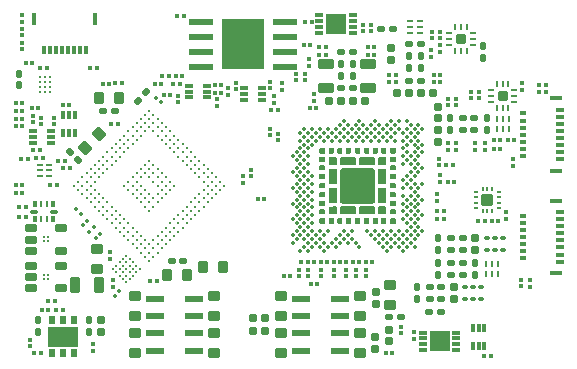
<source format=gbp>
G04*
G04 #@! TF.GenerationSoftware,Altium Limited,Altium Designer,19.1.6 (110)*
G04*
G04 Layer_Color=128*
%FSLAX44Y44*%
%MOMM*%
G71*
G01*
G75*
G04:AMPARAMS|DCode=17|XSize=0.5mm|YSize=0.6mm|CornerRadius=0.05mm|HoleSize=0mm|Usage=FLASHONLY|Rotation=270.000|XOffset=0mm|YOffset=0mm|HoleType=Round|Shape=RoundedRectangle|*
%AMROUNDEDRECTD17*
21,1,0.5000,0.5000,0,0,270.0*
21,1,0.4000,0.6000,0,0,270.0*
1,1,0.1000,-0.2500,-0.2000*
1,1,0.1000,-0.2500,0.2000*
1,1,0.1000,0.2500,0.2000*
1,1,0.1000,0.2500,-0.2000*
%
%ADD17ROUNDEDRECTD17*%
%ADD18R,0.3000X0.3500*%
%ADD26R,0.3500X0.3000*%
%ADD36C,0.2000*%
G04:AMPARAMS|DCode=48|XSize=0.6mm|YSize=0.6mm|CornerRadius=0.06mm|HoleSize=0mm|Usage=FLASHONLY|Rotation=0.000|XOffset=0mm|YOffset=0mm|HoleType=Round|Shape=RoundedRectangle|*
%AMROUNDEDRECTD48*
21,1,0.6000,0.4800,0,0,0.0*
21,1,0.4800,0.6000,0,0,0.0*
1,1,0.1200,0.2400,-0.2400*
1,1,0.1200,-0.2400,-0.2400*
1,1,0.1200,-0.2400,0.2400*
1,1,0.1200,0.2400,0.2400*
%
%ADD48ROUNDEDRECTD48*%
G04:AMPARAMS|DCode=49|XSize=1.3mm|YSize=0.8mm|CornerRadius=0.1mm|HoleSize=0mm|Usage=FLASHONLY|Rotation=90.000|XOffset=0mm|YOffset=0mm|HoleType=Round|Shape=RoundedRectangle|*
%AMROUNDEDRECTD49*
21,1,1.3000,0.6000,0,0,90.0*
21,1,1.1000,0.8000,0,0,90.0*
1,1,0.2000,0.3000,0.5500*
1,1,0.2000,0.3000,-0.5500*
1,1,0.2000,-0.3000,-0.5500*
1,1,0.2000,-0.3000,0.5500*
%
%ADD49ROUNDEDRECTD49*%
G04:AMPARAMS|DCode=50|XSize=0.3mm|YSize=0.35mm|CornerRadius=0mm|HoleSize=0mm|Usage=FLASHONLY|Rotation=45.000|XOffset=0mm|YOffset=0mm|HoleType=Round|Shape=Rectangle|*
%AMROTATEDRECTD50*
4,1,4,0.0177,-0.2298,-0.2298,0.0177,-0.0177,0.2298,0.2298,-0.0177,0.0177,-0.2298,0.0*
%
%ADD50ROTATEDRECTD50*%

G04:AMPARAMS|DCode=51|XSize=0.6mm|YSize=0.6mm|CornerRadius=0.06mm|HoleSize=0mm|Usage=FLASHONLY|Rotation=270.000|XOffset=0mm|YOffset=0mm|HoleType=Round|Shape=RoundedRectangle|*
%AMROUNDEDRECTD51*
21,1,0.6000,0.4800,0,0,270.0*
21,1,0.4800,0.6000,0,0,270.0*
1,1,0.1200,-0.2400,-0.2400*
1,1,0.1200,-0.2400,0.2400*
1,1,0.1200,0.2400,0.2400*
1,1,0.1200,0.2400,-0.2400*
%
%ADD51ROUNDEDRECTD51*%
G04:AMPARAMS|DCode=52|XSize=1mm|YSize=0.9mm|CornerRadius=0.1125mm|HoleSize=0mm|Usage=FLASHONLY|Rotation=270.000|XOffset=0mm|YOffset=0mm|HoleType=Round|Shape=RoundedRectangle|*
%AMROUNDEDRECTD52*
21,1,1.0000,0.6750,0,0,270.0*
21,1,0.7750,0.9000,0,0,270.0*
1,1,0.2250,-0.3375,-0.3875*
1,1,0.2250,-0.3375,0.3875*
1,1,0.2250,0.3375,0.3875*
1,1,0.2250,0.3375,-0.3875*
%
%ADD52ROUNDEDRECTD52*%
G04:AMPARAMS|DCode=53|XSize=1mm|YSize=0.9mm|CornerRadius=0.1125mm|HoleSize=0mm|Usage=FLASHONLY|Rotation=180.000|XOffset=0mm|YOffset=0mm|HoleType=Round|Shape=RoundedRectangle|*
%AMROUNDEDRECTD53*
21,1,1.0000,0.6750,0,0,180.0*
21,1,0.7750,0.9000,0,0,180.0*
1,1,0.2250,-0.3875,0.3375*
1,1,0.2250,0.3875,0.3375*
1,1,0.2250,0.3875,-0.3375*
1,1,0.2250,-0.3875,-0.3375*
%
%ADD53ROUNDEDRECTD53*%
G04:AMPARAMS|DCode=55|XSize=0.5mm|YSize=0.6mm|CornerRadius=0.05mm|HoleSize=0mm|Usage=FLASHONLY|Rotation=180.000|XOffset=0mm|YOffset=0mm|HoleType=Round|Shape=RoundedRectangle|*
%AMROUNDEDRECTD55*
21,1,0.5000,0.5000,0,0,180.0*
21,1,0.4000,0.6000,0,0,180.0*
1,1,0.1000,-0.2000,0.2500*
1,1,0.1000,0.2000,0.2500*
1,1,0.1000,0.2000,-0.2500*
1,1,0.1000,-0.2000,-0.2500*
%
%ADD55ROUNDEDRECTD55*%
G04:AMPARAMS|DCode=56|XSize=0.3mm|YSize=0.35mm|CornerRadius=0mm|HoleSize=0mm|Usage=FLASHONLY|Rotation=315.000|XOffset=0mm|YOffset=0mm|HoleType=Round|Shape=Rectangle|*
%AMROTATEDRECTD56*
4,1,4,-0.2298,-0.0177,0.0177,0.2298,0.2298,0.0177,-0.0177,-0.2298,-0.2298,-0.0177,0.0*
%
%ADD56ROTATEDRECTD56*%

%ADD57R,0.5000X0.7000*%
%ADD58R,2.5000X1.7000*%
G04:AMPARAMS|DCode=62|XSize=1mm|YSize=1mm|CornerRadius=0.15mm|HoleSize=0mm|Usage=FLASHONLY|Rotation=180.000|XOffset=0mm|YOffset=0mm|HoleType=Round|Shape=RoundedRectangle|*
%AMROUNDEDRECTD62*
21,1,1.0000,0.7000,0,0,180.0*
21,1,0.7000,1.0000,0,0,180.0*
1,1,0.3000,-0.3500,0.3500*
1,1,0.3000,0.3500,0.3500*
1,1,0.3000,0.3500,-0.3500*
1,1,0.3000,-0.3500,-0.3500*
%
%ADD62ROUNDEDRECTD62*%
%ADD63R,0.2000X0.3950*%
%ADD64R,0.3950X0.2000*%
G04:AMPARAMS|DCode=65|XSize=0.25mm|YSize=0.55mm|CornerRadius=0.0625mm|HoleSize=0mm|Usage=FLASHONLY|Rotation=0.000|XOffset=0mm|YOffset=0mm|HoleType=Round|Shape=RoundedRectangle|*
%AMROUNDEDRECTD65*
21,1,0.2500,0.4250,0,0,0.0*
21,1,0.1250,0.5500,0,0,0.0*
1,1,0.1250,0.0625,-0.2125*
1,1,0.1250,-0.0625,-0.2125*
1,1,0.1250,-0.0625,0.2125*
1,1,0.1250,0.0625,0.2125*
%
%ADD65ROUNDEDRECTD65*%
G04:AMPARAMS|DCode=67|XSize=0.5mm|YSize=0.6mm|CornerRadius=0.05mm|HoleSize=0mm|Usage=FLASHONLY|Rotation=45.000|XOffset=0mm|YOffset=0mm|HoleType=Round|Shape=RoundedRectangle|*
%AMROUNDEDRECTD67*
21,1,0.5000,0.5000,0,0,45.0*
21,1,0.4000,0.6000,0,0,45.0*
1,1,0.1000,0.3182,-0.0354*
1,1,0.1000,0.0354,-0.3182*
1,1,0.1000,-0.3182,0.0354*
1,1,0.1000,-0.0354,0.3182*
%
%ADD67ROUNDEDRECTD67*%
%ADD140C,0.3500*%
G04:AMPARAMS|DCode=144|XSize=0.3mm|YSize=0.7mm|CornerRadius=0.0495mm|HoleSize=0mm|Usage=FLASHONLY|Rotation=90.000|XOffset=0mm|YOffset=0mm|HoleType=Round|Shape=RoundedRectangle|*
%AMROUNDEDRECTD144*
21,1,0.3000,0.6010,0,0,90.0*
21,1,0.2010,0.7000,0,0,90.0*
1,1,0.0990,0.3005,0.1005*
1,1,0.0990,0.3005,-0.1005*
1,1,0.0990,-0.3005,-0.1005*
1,1,0.0990,-0.3005,0.1005*
%
%ADD144ROUNDEDRECTD144*%
G04:AMPARAMS|DCode=145|XSize=0.3mm|YSize=0.7mm|CornerRadius=0.0495mm|HoleSize=0mm|Usage=FLASHONLY|Rotation=180.000|XOffset=0mm|YOffset=0mm|HoleType=Round|Shape=RoundedRectangle|*
%AMROUNDEDRECTD145*
21,1,0.3000,0.6010,0,0,180.0*
21,1,0.2010,0.7000,0,0,180.0*
1,1,0.0990,-0.1005,0.3005*
1,1,0.0990,0.1005,0.3005*
1,1,0.0990,0.1005,-0.3005*
1,1,0.0990,-0.1005,-0.3005*
%
%ADD145ROUNDEDRECTD145*%
G04:AMPARAMS|DCode=146|XSize=0.55mm|YSize=2.1mm|CornerRadius=0.1375mm|HoleSize=0mm|Usage=FLASHONLY|Rotation=90.000|XOffset=0mm|YOffset=0mm|HoleType=Round|Shape=RoundedRectangle|*
%AMROUNDEDRECTD146*
21,1,0.5500,1.8250,0,0,90.0*
21,1,0.2750,2.1000,0,0,90.0*
1,1,0.2750,0.9125,0.1375*
1,1,0.2750,0.9125,-0.1375*
1,1,0.2750,-0.9125,-0.1375*
1,1,0.2750,-0.9125,0.1375*
%
%ADD146ROUNDEDRECTD146*%
%ADD147R,3.6000X4.2000*%
%ADD148R,0.2000X0.2000*%
%ADD149R,1.7000X1.7000*%
%ADD150R,0.6500X0.3000*%
%ADD151R,0.5250X0.2500*%
G04:AMPARAMS|DCode=152|XSize=0.65mm|YSize=0.35mm|CornerRadius=0.0875mm|HoleSize=0mm|Usage=FLASHONLY|Rotation=180.000|XOffset=0mm|YOffset=0mm|HoleType=Round|Shape=RoundedRectangle|*
%AMROUNDEDRECTD152*
21,1,0.6500,0.1750,0,0,180.0*
21,1,0.4750,0.3500,0,0,180.0*
1,1,0.1750,-0.2375,0.0875*
1,1,0.1750,0.2375,0.0875*
1,1,0.1750,0.2375,-0.0875*
1,1,0.1750,-0.2375,-0.0875*
%
%ADD152ROUNDEDRECTD152*%
G04:AMPARAMS|DCode=153|XSize=0.55mm|YSize=0.3mm|CornerRadius=0.075mm|HoleSize=0mm|Usage=FLASHONLY|Rotation=270.000|XOffset=0mm|YOffset=0mm|HoleType=Round|Shape=RoundedRectangle|*
%AMROUNDEDRECTD153*
21,1,0.5500,0.1500,0,0,270.0*
21,1,0.4000,0.3000,0,0,270.0*
1,1,0.1500,-0.0750,-0.2000*
1,1,0.1500,-0.0750,0.2000*
1,1,0.1500,0.0750,0.2000*
1,1,0.1500,0.0750,-0.2000*
%
%ADD153ROUNDEDRECTD153*%
G04:AMPARAMS|DCode=154|XSize=0.55mm|YSize=0.25mm|CornerRadius=0.0625mm|HoleSize=0mm|Usage=FLASHONLY|Rotation=270.000|XOffset=0mm|YOffset=0mm|HoleType=Round|Shape=RoundedRectangle|*
%AMROUNDEDRECTD154*
21,1,0.5500,0.1250,0,0,270.0*
21,1,0.4250,0.2500,0,0,270.0*
1,1,0.1250,-0.0625,-0.2125*
1,1,0.1250,-0.0625,0.2125*
1,1,0.1250,0.0625,0.2125*
1,1,0.1250,0.0625,-0.2125*
%
%ADD154ROUNDEDRECTD154*%
%ADD155C,0.2500*%
%ADD156R,0.3000X0.7000*%
%ADD157R,0.4000X1.0000*%
%ADD158R,0.5000X0.3000*%
%ADD159R,0.7000X0.3000*%
%ADD160R,1.0000X0.3500*%
G04:AMPARAMS|DCode=161|XSize=1.6mm|YSize=0.5mm|CornerRadius=0.075mm|HoleSize=0mm|Usage=FLASHONLY|Rotation=0.000|XOffset=0mm|YOffset=0mm|HoleType=Round|Shape=RoundedRectangle|*
%AMROUNDEDRECTD161*
21,1,1.6000,0.3500,0,0,0.0*
21,1,1.4500,0.5000,0,0,0.0*
1,1,0.1500,0.7250,-0.1750*
1,1,0.1500,-0.7250,-0.1750*
1,1,0.1500,-0.7250,0.1750*
1,1,0.1500,0.7250,0.1750*
%
%ADD161ROUNDEDRECTD161*%
G04:AMPARAMS|DCode=162|XSize=1.3mm|YSize=0.8mm|CornerRadius=0.1mm|HoleSize=0mm|Usage=FLASHONLY|Rotation=0.000|XOffset=0mm|YOffset=0mm|HoleType=Round|Shape=RoundedRectangle|*
%AMROUNDEDRECTD162*
21,1,1.3000,0.6000,0,0,0.0*
21,1,1.1000,0.8000,0,0,0.0*
1,1,0.2000,0.5500,-0.3000*
1,1,0.2000,-0.5500,-0.3000*
1,1,0.2000,-0.5500,0.3000*
1,1,0.2000,0.5500,0.3000*
%
%ADD162ROUNDEDRECTD162*%
G04:AMPARAMS|DCode=163|XSize=0.2mm|YSize=0.45mm|CornerRadius=0.03mm|HoleSize=0mm|Usage=FLASHONLY|Rotation=90.000|XOffset=0mm|YOffset=0mm|HoleType=Round|Shape=RoundedRectangle|*
%AMROUNDEDRECTD163*
21,1,0.2000,0.3900,0,0,90.0*
21,1,0.1400,0.4500,0,0,90.0*
1,1,0.0600,0.1950,0.0700*
1,1,0.0600,0.1950,-0.0700*
1,1,0.0600,-0.1950,-0.0700*
1,1,0.0600,-0.1950,0.0700*
%
%ADD163ROUNDEDRECTD163*%
G04:AMPARAMS|DCode=164|XSize=0.2mm|YSize=0.45mm|CornerRadius=0.03mm|HoleSize=0mm|Usage=FLASHONLY|Rotation=0.000|XOffset=0mm|YOffset=0mm|HoleType=Round|Shape=RoundedRectangle|*
%AMROUNDEDRECTD164*
21,1,0.2000,0.3900,0,0,0.0*
21,1,0.1400,0.4500,0,0,0.0*
1,1,0.0600,0.0700,-0.1950*
1,1,0.0600,-0.0700,-0.1950*
1,1,0.0600,-0.0700,0.1950*
1,1,0.0600,0.0700,0.1950*
%
%ADD164ROUNDEDRECTD164*%
G04:AMPARAMS|DCode=165|XSize=0.8mm|YSize=0.8mm|CornerRadius=0.12mm|HoleSize=0mm|Usage=FLASHONLY|Rotation=180.000|XOffset=0mm|YOffset=0mm|HoleType=Round|Shape=RoundedRectangle|*
%AMROUNDEDRECTD165*
21,1,0.8000,0.5600,0,0,180.0*
21,1,0.5600,0.8000,0,0,180.0*
1,1,0.2400,-0.2800,0.2800*
1,1,0.2400,0.2800,0.2800*
1,1,0.2400,0.2800,-0.2800*
1,1,0.2400,-0.2800,-0.2800*
%
%ADD165ROUNDEDRECTD165*%
G04:AMPARAMS|DCode=166|XSize=0.45mm|YSize=0.35mm|CornerRadius=0.0525mm|HoleSize=0mm|Usage=FLASHONLY|Rotation=180.000|XOffset=0mm|YOffset=0mm|HoleType=Round|Shape=RoundedRectangle|*
%AMROUNDEDRECTD166*
21,1,0.4500,0.2450,0,0,180.0*
21,1,0.3450,0.3500,0,0,180.0*
1,1,0.1050,-0.1725,0.1225*
1,1,0.1050,0.1725,0.1225*
1,1,0.1050,0.1725,-0.1225*
1,1,0.1050,-0.1725,-0.1225*
%
%ADD166ROUNDEDRECTD166*%
G04:AMPARAMS|DCode=168|XSize=0.3mm|YSize=0.7mm|CornerRadius=0.075mm|HoleSize=0mm|Usage=FLASHONLY|Rotation=180.000|XOffset=0mm|YOffset=0mm|HoleType=Round|Shape=RoundedRectangle|*
%AMROUNDEDRECTD168*
21,1,0.3000,0.5500,0,0,180.0*
21,1,0.1500,0.7000,0,0,180.0*
1,1,0.1500,-0.0750,0.2750*
1,1,0.1500,0.0750,0.2750*
1,1,0.1500,0.0750,-0.2750*
1,1,0.1500,-0.0750,-0.2750*
%
%ADD168ROUNDEDRECTD168*%
G04:AMPARAMS|DCode=169|XSize=1mm|YSize=0.9mm|CornerRadius=0.1125mm|HoleSize=0mm|Usage=FLASHONLY|Rotation=315.000|XOffset=0mm|YOffset=0mm|HoleType=Round|Shape=RoundedRectangle|*
%AMROUNDEDRECTD169*
21,1,1.0000,0.6750,0,0,315.0*
21,1,0.7750,0.9000,0,0,315.0*
1,1,0.2250,0.0354,-0.5127*
1,1,0.2250,-0.5127,0.0354*
1,1,0.2250,-0.0354,0.5127*
1,1,0.2250,0.5127,-0.0354*
%
%ADD169ROUNDEDRECTD169*%
G04:AMPARAMS|DCode=170|XSize=0.5mm|YSize=0.6mm|CornerRadius=0.05mm|HoleSize=0mm|Usage=FLASHONLY|Rotation=135.000|XOffset=0mm|YOffset=0mm|HoleType=Round|Shape=RoundedRectangle|*
%AMROUNDEDRECTD170*
21,1,0.5000,0.5000,0,0,135.0*
21,1,0.4000,0.6000,0,0,135.0*
1,1,0.1000,0.0354,0.3182*
1,1,0.1000,0.3182,0.0354*
1,1,0.1000,-0.0354,-0.3182*
1,1,0.1000,-0.3182,-0.0354*
%
%ADD170ROUNDEDRECTD170*%
G04:AMPARAMS|DCode=171|XSize=0.25mm|YSize=0.55mm|CornerRadius=0.0625mm|HoleSize=0mm|Usage=FLASHONLY|Rotation=90.000|XOffset=0mm|YOffset=0mm|HoleType=Round|Shape=RoundedRectangle|*
%AMROUNDEDRECTD171*
21,1,0.2500,0.4250,0,0,90.0*
21,1,0.1250,0.5500,0,0,90.0*
1,1,0.1250,0.2125,0.0625*
1,1,0.1250,0.2125,-0.0625*
1,1,0.1250,-0.2125,-0.0625*
1,1,0.1250,-0.2125,0.0625*
%
%ADD171ROUNDEDRECTD171*%
G04:AMPARAMS|DCode=172|XSize=0.6mm|YSize=1mm|CornerRadius=0.075mm|HoleSize=0mm|Usage=FLASHONLY|Rotation=90.000|XOffset=0mm|YOffset=0mm|HoleType=Round|Shape=RoundedRectangle|*
%AMROUNDEDRECTD172*
21,1,0.6000,0.8500,0,0,90.0*
21,1,0.4500,1.0000,0,0,90.0*
1,1,0.1500,0.4250,0.2250*
1,1,0.1500,0.4250,-0.2250*
1,1,0.1500,-0.4250,-0.2250*
1,1,0.1500,-0.4250,0.2250*
%
%ADD172ROUNDEDRECTD172*%
G36*
X269898Y180753D02*
X270097Y180753D01*
X270466Y180601D01*
X270747Y180319D01*
X270899Y179951D01*
X270899Y179752D01*
X270899D01*
X270898Y176752D01*
X270898Y176553D01*
X270745Y176187D01*
X270465Y175906D01*
X270098Y175754D01*
X269899Y175754D01*
X269900Y175754D01*
X267647Y175754D01*
X267449Y175754D01*
X267081Y175906D01*
X266800Y176188D01*
X266647Y176555D01*
X266647Y176754D01*
X266647Y176754D01*
X266647Y179751D01*
Y179951D01*
X266800Y180319D01*
X267082Y180601D01*
X267450Y180754D01*
X267650Y180753D01*
X267650Y180754D01*
X269898Y180753D01*
D02*
G37*
G36*
X314394Y180751D02*
X314594Y180751D01*
X314962Y180599D01*
X315244Y180317D01*
X315397Y179948D01*
Y179749D01*
X315397Y176752D01*
X315397Y176752D01*
X315397Y176553D01*
X315245Y176186D01*
X314963Y175904D01*
X314596Y175752D01*
X314396Y175751D01*
X312145Y175752D01*
X312145Y175752D01*
X311946Y175752D01*
X311579Y175904D01*
X311299Y176185D01*
X311147Y176551D01*
X311146Y176750D01*
X311145Y179750D01*
X311145D01*
X311145Y179949D01*
X311297Y180317D01*
X311579Y180599D01*
X311947Y180751D01*
X312146Y180751D01*
X314394Y180751D01*
X314394Y180751D01*
D02*
G37*
G36*
X307147Y180747D02*
X307147Y180747D01*
X307345Y180747D01*
X307712Y180595D01*
X307993Y180315D01*
X308145Y179948D01*
X308145Y179749D01*
X308146Y176750D01*
X308146D01*
X308147Y176550D01*
X307994Y176182D01*
X307713Y175900D01*
X307344Y175748D01*
X307145Y175748D01*
X304897Y175748D01*
X304897Y175748D01*
X304698Y175748D01*
X304329Y175900D01*
X304047Y176182D01*
X303895Y176551D01*
Y176750D01*
X303894Y179747D01*
X303894Y179747D01*
X303894Y179946D01*
X304047Y180313D01*
X304328Y180595D01*
X304696Y180747D01*
X304895Y180748D01*
X307147Y180747D01*
D02*
G37*
G36*
X299895Y180746D02*
X299895Y180746D01*
X300094Y180746D01*
X300460Y180594D01*
X300741Y180314D01*
X300893Y179947D01*
X300894Y179749D01*
X300895Y176749D01*
X300895D01*
X300895Y176549D01*
X300743Y176181D01*
X300461Y175899D01*
X300093Y175747D01*
X299894Y175747D01*
X297646Y175747D01*
X297646Y175747D01*
X297446Y175747D01*
X297078Y175899D01*
X296796Y176181D01*
X296643Y176550D01*
Y176749D01*
X296643Y179746D01*
X296643Y179746D01*
X296643Y179945D01*
X296796Y180313D01*
X297077Y180594D01*
X297444Y180746D01*
X297643Y180747D01*
X299895Y180746D01*
D02*
G37*
G36*
X262398Y180750D02*
X262646Y180750D01*
X263105Y180560D01*
X263457Y180208D01*
X263647Y179749D01*
X263647Y179501D01*
X263647Y179501D01*
X263647Y177004D01*
X263647Y176755D01*
X263456Y176294D01*
X263103Y175941D01*
X262642Y175750D01*
X262393Y175751D01*
X262393Y175751D01*
X259898Y175750D01*
X259649Y175750D01*
X259189Y175941D01*
X258837Y176292D01*
X258647Y176752D01*
X258647Y177001D01*
X258647Y177001D01*
X258647Y179504D01*
Y179752D01*
X258837Y180210D01*
X259188Y180561D01*
X259646Y180751D01*
X259893Y180751D01*
X259893Y180751D01*
X262398Y180750D01*
D02*
G37*
G36*
X277348Y180750D02*
X277716Y180597D01*
X277997Y180316D01*
X278150Y179948D01*
X278150Y179749D01*
X278150Y179749D01*
X278150Y176752D01*
Y176553D01*
X277997Y176185D01*
X277715Y175903D01*
X277346Y175750D01*
X277147Y175750D01*
X277147D01*
X274899Y175750D01*
X274700Y175750D01*
X274331Y175902D01*
X274050Y176184D01*
X273897Y176553D01*
X273898Y176752D01*
X273898D01*
X273899Y179752D01*
X273899Y179950D01*
X274051Y180317D01*
X274332Y180597D01*
X274699Y180749D01*
X274897Y180749D01*
X274897Y180749D01*
X277149Y180750D01*
X277348Y180750D01*
D02*
G37*
G36*
X284600Y180749D02*
X284967Y180596D01*
X285249Y180315D01*
X285401Y179947D01*
X285401Y179748D01*
X285401Y179748D01*
X285401Y176751D01*
Y176552D01*
X285248Y176184D01*
X284966Y175902D01*
X284598Y175749D01*
X284398Y175749D01*
X284398Y175749D01*
X282150Y175749D01*
X281951Y175749D01*
X281583Y175902D01*
X281301Y176183D01*
X281149Y176552D01*
X281149Y176751D01*
X281150Y179751D01*
X281151Y179949D01*
X281303Y180316D01*
X281583Y180596D01*
X281950Y180748D01*
X282149Y180748D01*
X282149Y180749D01*
X284401Y180749D01*
X284600Y180749D01*
D02*
G37*
G36*
X322148Y180748D02*
X322396Y180748D01*
X322856Y180558D01*
X323207Y180206D01*
X323397Y179747D01*
X323397Y179498D01*
X323397Y179499D01*
X323397Y177002D01*
X323397Y176752D01*
X323206Y176292D01*
X322854Y175939D01*
X322393Y175748D01*
X322143Y175748D01*
X322143Y175748D01*
X319648Y175748D01*
X319399Y175748D01*
X318939Y175938D01*
X318588Y176290D01*
X318397Y176750D01*
X318397Y176999D01*
X318397Y176999D01*
X318398Y179502D01*
Y179750D01*
X318587Y180208D01*
X318938Y180558D01*
X319396Y180748D01*
X319644Y180748D01*
X319644Y180749D01*
X322148Y180748D01*
D02*
G37*
G36*
X292351Y180748D02*
X292719Y180595D01*
X293000Y180314D01*
X293152Y179946D01*
X293152Y179747D01*
X293153Y179747D01*
X293152Y176751D01*
Y176551D01*
X293000Y176183D01*
X292718Y175901D01*
X292349Y175748D01*
X292150Y175748D01*
X292150Y175748D01*
X289902Y175748D01*
X289702Y175748D01*
X289334Y175900D01*
X289052Y176182D01*
X288900Y176551D01*
X288900Y176750D01*
X288900D01*
X288902Y179750D01*
X288902Y179948D01*
X289054Y180315D01*
X289335Y180595D01*
X289702Y180747D01*
X289900Y180748D01*
X289900Y180748D01*
X292152Y180748D01*
X292351Y180748D01*
D02*
G37*
G36*
X262645Y173001D02*
X262845Y173000D01*
X263212Y172848D01*
X263494Y172567D01*
X263646Y172199D01*
X263646Y172000D01*
X263646Y169748D01*
X263646Y169748D01*
X263646Y169550D01*
X263494Y169183D01*
X263213Y168902D01*
X262847Y168750D01*
X262648Y168750D01*
X259648Y168748D01*
X259648Y168748D01*
X259449Y168748D01*
X259081Y168900D01*
X258799Y169182D01*
X258646Y169550D01*
X258647Y169750D01*
X258646Y171998D01*
X258646Y171998D01*
X258646Y172197D01*
X258799Y172566D01*
X259081Y172848D01*
X259449Y173000D01*
X259649D01*
X262646Y173001D01*
X262645Y173001D01*
D02*
G37*
G36*
X322396Y172998D02*
X322595Y172998D01*
X322962Y172846D01*
X323244Y172564D01*
X323396Y172197D01*
X323396Y171998D01*
X323396Y169746D01*
X323396Y169746D01*
X323396Y169547D01*
X323244Y169181D01*
X322963Y168900D01*
X322597Y168748D01*
X322398Y168748D01*
X319398Y168746D01*
X319398Y168746D01*
X319199Y168746D01*
X318831Y168898D01*
X318549Y169180D01*
X318397Y169548D01*
X318397Y169747D01*
X318396Y171996D01*
X318397Y171996D01*
X318396Y172195D01*
X318549Y172563D01*
X318831Y172845D01*
X319200Y172998D01*
X319399D01*
X322396Y172998D01*
X322396Y172998D01*
D02*
G37*
G36*
X293500Y172705D02*
X304500Y172705D01*
X304500Y172705D01*
X304699Y172705D01*
X305067Y172553D01*
X305348Y172271D01*
X305500Y171904D01*
X305500Y171705D01*
X305500Y166955D01*
X305500Y166955D01*
X305500Y166756D01*
X305348Y166388D01*
X305066Y166107D01*
X304699Y165955D01*
X304500Y165955D01*
X293500Y165955D01*
X293500Y165956D01*
X293301Y165955D01*
X292934Y166107D01*
X292652Y166388D01*
X292500Y166756D01*
X292500Y166955D01*
X292500Y171705D01*
Y171705D01*
X292500Y171904D01*
X292652Y172272D01*
X292934Y172553D01*
X293301Y172705D01*
X293500Y172705D01*
D02*
G37*
G36*
X267750Y172706D02*
X272500Y172706D01*
X272500Y172706D01*
X272699Y172706D01*
X273067Y172554D01*
X273349Y172273D01*
X273501Y171906D01*
X273501Y171707D01*
X273501Y166957D01*
X273501Y166957D01*
X273501Y166758D01*
X273349Y166391D01*
X273067Y166110D01*
X272700Y165958D01*
X272501Y165958D01*
X267751Y165957D01*
X267751Y165957D01*
X267552Y165957D01*
X267185Y166109D01*
X266903Y166390D01*
X266751Y166758D01*
X266751Y166957D01*
X266751Y171707D01*
X266751Y171707D01*
X266751Y171906D01*
X266903Y172273D01*
X267184Y172554D01*
X267552Y172706D01*
X267750Y172706D01*
D02*
G37*
G36*
X309499Y172705D02*
X314249Y172705D01*
X314249Y172705D01*
X314448Y172705D01*
X314816Y172554D01*
X315098Y172272D01*
X315250Y171905D01*
X315250Y171706D01*
X315250Y166956D01*
X315250Y166956D01*
X315250Y166758D01*
X315098Y166390D01*
X314816Y166109D01*
X314449Y165957D01*
X314250Y165956D01*
X309500Y165956D01*
X309500Y165956D01*
X309301Y165956D01*
X308934Y166108D01*
X308652Y166390D01*
X308500Y166757D01*
X308500Y166956D01*
X308500Y171706D01*
X308500Y171706D01*
X308500Y171905D01*
X308652Y172272D01*
X308933Y172553D01*
X309300Y172705D01*
X309499Y172705D01*
D02*
G37*
G36*
X289067Y172554D02*
X289348Y172272D01*
X289501Y171905D01*
X289501Y171706D01*
X289501Y171705D01*
X289500Y166955D01*
X289500Y166756D01*
X289348Y166389D01*
X289067Y166108D01*
X288700Y165956D01*
X288501Y165956D01*
X288501Y165956D01*
X277501Y165956D01*
X277302Y165956D01*
X276934Y166108D01*
X276653Y166389D01*
X276501Y166756D01*
X276500Y166955D01*
X276500Y166955D01*
X276501Y171705D01*
X276501Y171904D01*
X276653Y172272D01*
X276934Y172553D01*
X277302Y172705D01*
X277500Y172705D01*
X277500Y172705D01*
X288500Y172705D01*
X288699Y172706D01*
X289067Y172554D01*
D02*
G37*
G36*
X263216Y165598D02*
X263498Y165316D01*
X263650Y164948D01*
X263650Y164749D01*
X263650Y162501D01*
X263650Y162500D01*
X263650Y162301D01*
X263497Y161933D01*
X263215Y161651D01*
X262847Y161498D01*
X262647D01*
X259651Y161498D01*
X259651Y161498D01*
X259452Y161498D01*
X259084Y161650D01*
X258803Y161932D01*
X258650Y162299D01*
X258650Y162498D01*
X258650Y164750D01*
X258651Y164750D01*
X258651Y164949D01*
X258803Y165315D01*
X259083Y165596D01*
X259450Y165748D01*
X259648Y165748D01*
X262648Y165750D01*
X262648Y165750D01*
X262847Y165750D01*
X263216Y165598D01*
D02*
G37*
G36*
X322966Y165596D02*
X323248Y165314D01*
X323400Y164946D01*
X323400Y164746D01*
X323400Y162498D01*
X323400Y162498D01*
X323400Y162299D01*
X323248Y161930D01*
X322966Y161648D01*
X322597Y161496D01*
X322398D01*
X319401Y161495D01*
X319401Y161495D01*
X319202Y161496D01*
X318834Y161648D01*
X318553Y161929D01*
X318400Y162297D01*
X318400Y162496D01*
X318401Y164748D01*
X318401Y164748D01*
X318401Y164946D01*
X318553Y165313D01*
X318833Y165594D01*
X319200Y165746D01*
X319398Y165746D01*
X322398Y165748D01*
X322398Y165748D01*
X322598Y165748D01*
X322966Y165596D01*
D02*
G37*
G36*
X314816Y162803D02*
X315098Y162521D01*
X315250Y162154D01*
X315250Y161955D01*
X315249Y150955D01*
X315249Y150955D01*
X315249Y150756D01*
X315097Y150388D01*
X314816Y150107D01*
X314448Y149955D01*
X314249Y149955D01*
X309499Y149955D01*
X309499Y149955D01*
X309300Y149955D01*
X308933Y150107D01*
X308652Y150389D01*
X308500Y150756D01*
X308500Y150955D01*
X308500Y161955D01*
X308500Y161955D01*
X308500Y162154D01*
X308652Y162521D01*
X308933Y162803D01*
X309300Y162955D01*
X309499Y162955D01*
X314250Y162955D01*
X314250Y162955D01*
X314449Y162955D01*
X314816Y162803D01*
D02*
G37*
G36*
X272501Y162956D02*
X272700Y162956D01*
X273067Y162803D01*
X273348Y162522D01*
X273500Y162154D01*
X273500Y161955D01*
X273500Y150955D01*
X273500Y150955D01*
X273500Y150756D01*
X273348Y150389D01*
X273067Y150108D01*
X272699Y149956D01*
X272500Y149956D01*
X267750Y149956D01*
X267750D01*
X267551Y149956D01*
X267183Y150108D01*
X266902Y150389D01*
X266750Y150757D01*
X266750Y150956D01*
X266750Y161956D01*
Y161956D01*
X266751Y162155D01*
X266903Y162522D01*
X267184Y162803D01*
X267551Y162955D01*
X267750Y162956D01*
X272501Y162956D01*
X272501Y162956D01*
D02*
G37*
G36*
X263217Y158347D02*
X263498Y158065D01*
X263651Y157697D01*
X263651Y157497D01*
X263651Y155249D01*
X263651Y155249D01*
X263651Y155050D01*
X263498Y154681D01*
X263216Y154399D01*
X262848Y154247D01*
X262648D01*
X259652Y154246D01*
X259652Y154247D01*
X259453Y154247D01*
X259085Y154399D01*
X258804Y154680D01*
X258651Y155048D01*
X258651Y155247D01*
X258651Y157499D01*
X258652Y157499D01*
X258652Y157697D01*
X258804Y158064D01*
X259084Y158345D01*
X259451Y158497D01*
X259649Y158497D01*
X262649Y158499D01*
X262649Y158499D01*
X262848Y158499D01*
X263217Y158347D01*
D02*
G37*
G36*
X322967Y158344D02*
X323249Y158063D01*
X323401Y157694D01*
X323401Y157495D01*
X323401Y155247D01*
X323401Y155247D01*
X323401Y155048D01*
X323248Y154679D01*
X322966Y154397D01*
X322598Y154244D01*
X322399D01*
X319402Y154244D01*
X319402Y154244D01*
X319203Y154244D01*
X318835Y154397D01*
X318554Y154678D01*
X318401Y155046D01*
X318401Y155245D01*
X318402Y157497D01*
X318402Y157497D01*
X318402Y157695D01*
X318554Y158062D01*
X318834Y158343D01*
X319201Y158495D01*
X319399Y158495D01*
X322399Y158496D01*
X322399Y158496D01*
X322598Y158497D01*
X322967Y158344D01*
D02*
G37*
G36*
X314816Y146803D02*
X315098Y146522D01*
X315250Y146154D01*
X315250Y145955D01*
X315249Y134955D01*
X315249Y134955D01*
X315249Y134756D01*
X315097Y134389D01*
X314816Y134108D01*
X314448Y133955D01*
X314249Y133955D01*
X309499Y133955D01*
X309499Y133955D01*
X309300Y133955D01*
X308933Y134108D01*
X308652Y134389D01*
X308500Y134757D01*
X308500Y134955D01*
X308500Y145955D01*
X308500Y145955D01*
X308500Y146154D01*
X308652Y146522D01*
X308933Y146803D01*
X309300Y146955D01*
X309499Y146955D01*
X314250Y146955D01*
X314250Y146955D01*
X314449Y146955D01*
X314816Y146803D01*
D02*
G37*
G36*
X262647Y150756D02*
X262847D01*
X263215Y150603D01*
X263497Y150321D01*
X263650Y149953D01*
X263650Y149753D01*
X263650Y149753D01*
X263649Y147505D01*
X263650Y147306D01*
X263497Y146938D01*
X263215Y146656D01*
X262847Y146503D01*
X262648Y146504D01*
X262648Y146504D01*
X259648Y146505D01*
X259449Y146505D01*
X259083Y146658D01*
X258802Y146938D01*
X258650Y147305D01*
X258650Y147504D01*
X258650Y147503D01*
X258650Y149755D01*
X258650Y149954D01*
X258802Y150322D01*
X259084Y150603D01*
X259452Y150756D01*
X259650Y150756D01*
X259650Y150756D01*
X262647Y150756D01*
D02*
G37*
G36*
X322397Y150753D02*
X322597D01*
X322965Y150601D01*
X323247Y150319D01*
X323400Y149950D01*
X323400Y149751D01*
X323400Y149751D01*
X323400Y147503D01*
X323400Y147303D01*
X323247Y146935D01*
X322966Y146653D01*
X322597Y146501D01*
X322398Y146502D01*
X322398Y146502D01*
X319398Y146503D01*
X319200Y146503D01*
X318833Y146655D01*
X318552Y146936D01*
X318400Y147303D01*
X318400Y147501D01*
X318400Y147501D01*
X318400Y149753D01*
X318400Y149952D01*
X318553Y150320D01*
X318834Y150601D01*
X319202Y150753D01*
X319401Y150754D01*
X319401Y150754D01*
X322397Y150753D01*
D02*
G37*
G36*
X272501Y146956D02*
X272700Y146956D01*
X273067Y146803D01*
X273348Y146522D01*
X273500Y146154D01*
X273500Y145955D01*
X273500Y134956D01*
X273500Y134955D01*
X273500Y134757D01*
X273348Y134389D01*
X273067Y134108D01*
X272699Y133956D01*
X272500Y133956D01*
X267750Y133956D01*
X267750D01*
X267551Y133956D01*
X267183Y134108D01*
X266902Y134389D01*
X266750Y134757D01*
X266750Y134956D01*
X266751Y145956D01*
Y145956D01*
X266751Y146155D01*
X266903Y146522D01*
X267184Y146804D01*
X267551Y146956D01*
X267750Y146956D01*
X272501Y146956D01*
X272501Y146956D01*
D02*
G37*
G36*
X262646Y143004D02*
X262846D01*
X263214Y142852D01*
X263496Y142570D01*
X263649Y142201D01*
X263649Y142002D01*
X263649Y142002D01*
X263648Y139754D01*
X263649Y139554D01*
X263496Y139186D01*
X263214Y138904D01*
X262846Y138752D01*
X262647Y138752D01*
X262647D01*
X259647Y138754D01*
X259449Y138754D01*
X259082Y138906D01*
X258801Y139187D01*
X258649Y139554D01*
X258649Y139752D01*
X258649Y139752D01*
X258649Y142004D01*
X258649Y142203D01*
X258801Y142571D01*
X259083Y142852D01*
X259451Y143005D01*
X259650Y143005D01*
X259649Y143005D01*
X262646Y143004D01*
D02*
G37*
G36*
X322397Y143002D02*
X322596D01*
X322964Y142850D01*
X323246Y142568D01*
X323399Y142199D01*
X323399Y142000D01*
X323399Y142000D01*
X323399Y139751D01*
X323399Y139552D01*
X323246Y139184D01*
X322965Y138902D01*
X322596Y138750D01*
X322397Y138750D01*
X322397D01*
X319397Y138752D01*
X319199Y138752D01*
X318832Y138904D01*
X318552Y139185D01*
X318400Y139551D01*
X318400Y139750D01*
X318399Y139750D01*
X318399Y142002D01*
X318399Y142201D01*
X318552Y142568D01*
X318833Y142850D01*
X319201Y143002D01*
X319400Y143002D01*
X319400Y143002D01*
X322397Y143002D01*
D02*
G37*
G36*
X303000Y163455D02*
X303597Y163455D01*
X304699Y162998D01*
X305543Y162154D01*
X306000Y161052D01*
X306000Y160455D01*
X306000Y160455D01*
X306000Y136455D01*
X306000Y135859D01*
X305543Y134756D01*
X304699Y133912D01*
X303597Y133455D01*
X303000Y133455D01*
X303000D01*
X279000Y133456D01*
X278403Y133455D01*
X277300Y133912D01*
X276456Y134756D01*
X276000Y135859D01*
X276000Y136455D01*
X276000Y136455D01*
X276000Y160455D01*
X276000Y161052D01*
X276457Y162154D01*
X277300Y162998D01*
X278403Y163455D01*
X279000Y163456D01*
X279000Y163456D01*
X303000Y163455D01*
D02*
G37*
G36*
X262645Y135753D02*
X262845D01*
X263213Y135601D01*
X263495Y135318D01*
X263648Y134950D01*
X263648Y134751D01*
X263648Y134750D01*
X263647Y132502D01*
X263648Y132303D01*
X263495Y131935D01*
X263214Y131653D01*
X262845Y131501D01*
X262646Y131501D01*
X262646Y131501D01*
X259646Y131503D01*
X259448Y131503D01*
X259081Y131655D01*
X258800Y131936D01*
X258648Y132303D01*
X258648Y132501D01*
X258648Y132501D01*
X258648Y134753D01*
X258648Y134952D01*
X258801Y135319D01*
X259082Y135601D01*
X259450Y135753D01*
X259649Y135753D01*
X259648Y135753D01*
X262645Y135753D01*
D02*
G37*
G36*
X322396Y135751D02*
X322595D01*
X322963Y135598D01*
X323245Y135316D01*
X323398Y134948D01*
X323398Y134748D01*
X323398Y134748D01*
X323398Y132500D01*
X323398Y132301D01*
X323246Y131933D01*
X322964Y131651D01*
X322595Y131499D01*
X322396Y131499D01*
X322396Y131499D01*
X319396Y131500D01*
X319198Y131501D01*
X318831Y131653D01*
X318551Y131933D01*
X318399Y132300D01*
X318399Y132499D01*
X318398Y132499D01*
X318398Y134750D01*
X318398Y134950D01*
X318551Y135317D01*
X318832Y135598D01*
X319200Y135751D01*
X319399Y135751D01*
X319399Y135751D01*
X322396Y135751D01*
D02*
G37*
G36*
X288500Y130955D02*
X288699Y130955D01*
X289066Y130803D01*
X289347Y130522D01*
X289499Y130155D01*
X289499Y129956D01*
X289500Y125205D01*
X289500Y125205D01*
X289500Y125006D01*
X289347Y124639D01*
X289066Y124358D01*
X288698Y124205D01*
X288499Y124206D01*
X277499Y124206D01*
X277499D01*
X277300Y124206D01*
X276933Y124358D01*
X276652Y124640D01*
X276500Y125007D01*
X276500Y125206D01*
X276499Y129956D01*
X276500Y129956D01*
X276500Y130155D01*
X276652Y130522D01*
X276933Y130803D01*
X277301Y130955D01*
X277500Y130955D01*
X288500Y130955D01*
X288500Y130955D01*
D02*
G37*
G36*
X304499Y130955D02*
X304698Y130955D01*
X305065Y130803D01*
X305347Y130522D01*
X305499Y130155D01*
X305499Y129956D01*
X305499Y129956D01*
X305499Y125205D01*
X305499Y125007D01*
X305347Y124639D01*
X305066Y124358D01*
X304698Y124206D01*
X304499Y124206D01*
X304499D01*
X293499Y124205D01*
X293300Y124205D01*
X292933Y124357D01*
X292651Y124639D01*
X292499Y125006D01*
X292499Y125205D01*
Y125205D01*
X292500Y129956D01*
X292499Y130154D01*
X292651Y130522D01*
X292932Y130803D01*
X293300Y130955D01*
X293499Y130955D01*
X293499Y130955D01*
X304499Y130955D01*
D02*
G37*
G36*
X314251Y130955D02*
X314449Y130955D01*
X314817Y130803D01*
X315098Y130522D01*
X315250Y130154D01*
X315250Y129956D01*
X315250Y125206D01*
X315250Y125206D01*
X315250Y125007D01*
X315098Y124639D01*
X314817Y124358D01*
X314449Y124205D01*
X314250Y124205D01*
X309501Y124205D01*
X309501D01*
X309302Y124205D01*
X308935Y124357D01*
X308654Y124639D01*
X308501Y125006D01*
X308501Y125205D01*
X308501Y129955D01*
X308501Y129955D01*
X308501Y130154D01*
X308653Y130521D01*
X308934Y130803D01*
X309301Y130955D01*
X309500Y130955D01*
X314250Y130955D01*
X314251Y130955D01*
D02*
G37*
G36*
X259646Y128503D02*
X259646Y128503D01*
X262646Y128501D01*
X262844Y128501D01*
X263211Y128349D01*
X263492Y128068D01*
X263643Y127701D01*
X263644Y127503D01*
X263644Y127503D01*
X263644Y125251D01*
X263644Y125052D01*
X263491Y124684D01*
X263210Y124403D01*
X262842Y124251D01*
X262643Y124250D01*
X262644Y124250D01*
X259647Y124251D01*
X259447D01*
X259079Y124403D01*
X258797Y124685D01*
X258644Y125054D01*
X258644Y125253D01*
X258644Y125253D01*
X258644Y127501D01*
X258644Y127701D01*
X258797Y128069D01*
X259079Y128351D01*
X259447Y128503D01*
X259646Y128503D01*
D02*
G37*
G36*
X319396Y128500D02*
X319396Y128500D01*
X322396Y128499D01*
X322595Y128499D01*
X322961Y128347D01*
X323242Y128066D01*
X323394Y127699D01*
X323394Y127501D01*
X323394Y127501D01*
X323394Y125249D01*
X323394Y125050D01*
X323242Y124682D01*
X322960Y124401D01*
X322593Y124248D01*
X322393Y124248D01*
X322394Y124248D01*
X319397Y124249D01*
X319197D01*
X318829Y124401D01*
X318547Y124683D01*
X318394Y125052D01*
X318394Y125251D01*
X318394Y125251D01*
X318395Y127499D01*
X318394Y127698D01*
X318547Y128067D01*
X318829Y128349D01*
X319197Y128501D01*
X319396Y128500D01*
D02*
G37*
G36*
X272499Y130954D02*
X272698Y130954D01*
X273066Y130802D01*
X273347Y130521D01*
X273500Y130154D01*
X273500Y129955D01*
X273500Y125205D01*
X273500Y125205D01*
X273500Y125006D01*
X273348Y124639D01*
X273067Y124357D01*
X272699Y124205D01*
X272500Y124205D01*
X267750Y124206D01*
X267750Y124206D01*
X267551Y124205D01*
X267184Y124357D01*
X266902Y124638D01*
X266750Y125006D01*
X266750Y125205D01*
X266749Y129955D01*
X266750Y130153D01*
X266902Y130520D01*
X267183Y130802D01*
X267551Y130954D01*
X267749Y130954D01*
X272500Y130955D01*
X272499Y130954D01*
D02*
G37*
G36*
X284398Y121256D02*
X284597Y121256D01*
X284966Y121103D01*
X285248Y120821D01*
X285401Y120453D01*
Y120253D01*
X285401Y117256D01*
X285401Y117256D01*
X285401Y117058D01*
X285248Y116690D01*
X284967Y116408D01*
X284599Y116256D01*
X284400Y116256D01*
X282148Y116256D01*
X282148Y116256D01*
X281950Y116256D01*
X281583Y116408D01*
X281303Y116689D01*
X281150Y117055D01*
X281150Y117254D01*
X281149Y120254D01*
X281149Y120254D01*
X281148Y120453D01*
X281301Y120821D01*
X281582Y121103D01*
X281951Y121256D01*
X282150Y121255D01*
X284398Y121256D01*
X284398Y121256D01*
D02*
G37*
G36*
X277147Y121255D02*
X277346Y121255D01*
X277715Y121102D01*
X277997Y120820D01*
X278149Y120452D01*
Y120252D01*
X278150Y117255D01*
X278150Y117256D01*
X278149Y117057D01*
X277997Y116689D01*
X277716Y116407D01*
X277348Y116255D01*
X277149Y116255D01*
X274897Y116255D01*
X274897Y116255D01*
X274699Y116255D01*
X274332Y116407D01*
X274051Y116688D01*
X273899Y117055D01*
X273899Y117253D01*
X273897Y120253D01*
X273897Y120253D01*
X273897Y120452D01*
X274049Y120820D01*
X274331Y121102D01*
X274699Y121255D01*
X274899Y121254D01*
X277147Y121255D01*
X277147Y121255D01*
D02*
G37*
G36*
X292142Y121254D02*
X292342Y121254D01*
X292710Y121102D01*
X292992Y120820D01*
X293144Y120452D01*
X293144Y120252D01*
X293144Y120253D01*
X293142Y117253D01*
X293142Y117054D01*
X292990Y116687D01*
X292709Y116407D01*
X292342Y116255D01*
X292144Y116255D01*
X292144Y116255D01*
X289892Y116254D01*
X289693Y116255D01*
X289325Y116407D01*
X289044Y116689D01*
X288892Y117056D01*
X288891Y117255D01*
X288891Y117255D01*
X288892Y120252D01*
Y120451D01*
X289044Y120820D01*
X289326Y121102D01*
X289695Y121254D01*
X289894Y121254D01*
X289894Y121254D01*
X292142Y121254D01*
D02*
G37*
G36*
X299894Y121253D02*
X300093Y121253D01*
X300461Y121101D01*
X300743Y120819D01*
X300895Y120451D01*
X300895Y120252D01*
X300895Y120252D01*
X300893Y117252D01*
X300893Y117053D01*
X300741Y116687D01*
X300460Y116406D01*
X300094Y116254D01*
X299895Y116254D01*
X299895Y116254D01*
X297643Y116253D01*
X297444Y116254D01*
X297077Y116406D01*
X296795Y116688D01*
X296643Y117055D01*
X296643Y117254D01*
X296643Y117254D01*
X296643Y120251D01*
Y120450D01*
X296796Y120819D01*
X297078Y121101D01*
X297446Y121253D01*
X297645Y121253D01*
X297645Y121253D01*
X299894Y121253D01*
D02*
G37*
G36*
X307145Y121252D02*
X307344Y121252D01*
X307712Y121100D01*
X307994Y120818D01*
X308146Y120450D01*
X308146Y120251D01*
X308146Y120251D01*
X308145Y117251D01*
X308144Y117052D01*
X307992Y116686D01*
X307712Y116405D01*
X307345Y116253D01*
X307146Y116253D01*
X307147Y116253D01*
X304895Y116253D01*
X304696Y116253D01*
X304328Y116405D01*
X304047Y116687D01*
X303894Y117054D01*
X303894Y117253D01*
X303894Y117253D01*
X303894Y120250D01*
Y120449D01*
X304047Y120818D01*
X304329Y121100D01*
X304697Y121252D01*
X304897Y121252D01*
X304897Y121253D01*
X307145Y121252D01*
D02*
G37*
G36*
X269899Y121251D02*
X269899Y121250D01*
X270098Y121250D01*
X270464Y121098D01*
X270745Y120818D01*
X270897Y120451D01*
X270897Y120253D01*
X270899Y117253D01*
X270899Y117253D01*
X270899Y117054D01*
X270747Y116685D01*
X270465Y116404D01*
X270097Y116251D01*
X269898Y116251D01*
X267650Y116251D01*
X267649Y116251D01*
X267450Y116251D01*
X267082Y116404D01*
X266800Y116686D01*
X266647Y117054D01*
Y117254D01*
X266647Y120250D01*
X266647Y120250D01*
X266647Y120449D01*
X266799Y120817D01*
X267081Y121098D01*
X267448Y121251D01*
X267647Y121251D01*
X269899Y121251D01*
D02*
G37*
G36*
X262397Y121250D02*
X262646Y121250D01*
X263105Y121060D01*
X263457Y120708D01*
X263647Y120249D01*
X263647Y120000D01*
X263647Y120001D01*
X263647Y117504D01*
X263647Y117254D01*
X263456Y116794D01*
X263103Y116441D01*
X262642Y116250D01*
X262393Y116250D01*
X262393Y116250D01*
X259897Y116250D01*
X259649Y116250D01*
X259189Y116440D01*
X258837Y116792D01*
X258647Y117252D01*
X258647Y117501D01*
X258647Y117501D01*
X258647Y120004D01*
Y120252D01*
X258837Y120710D01*
X259187Y121060D01*
X259645Y121250D01*
X259893Y121250D01*
X259893Y121251D01*
X262397Y121250D01*
D02*
G37*
G36*
X314595Y121249D02*
X314963Y121096D01*
X315244Y120815D01*
X315397Y120447D01*
X315397Y120248D01*
X315397Y120248D01*
X315397Y117251D01*
Y117052D01*
X315244Y116684D01*
X314962Y116402D01*
X314594Y116249D01*
X314394Y116249D01*
X314394Y116249D01*
X312146Y116249D01*
X311947Y116249D01*
X311578Y116401D01*
X311297Y116683D01*
X311144Y117051D01*
X311145Y117251D01*
X311145Y117251D01*
X311146Y120251D01*
X311146Y120449D01*
X311299Y120816D01*
X311579Y121096D01*
X311946Y121248D01*
X312144Y121248D01*
X312144Y121249D01*
X314396Y121249D01*
X314595Y121249D01*
D02*
G37*
G36*
X322148Y121248D02*
X322396Y121248D01*
X322855Y121058D01*
X323207Y120706D01*
X323397Y120247D01*
X323397Y119998D01*
X323397Y119998D01*
X323397Y117501D01*
X323397Y117252D01*
X323206Y116791D01*
X322853Y116439D01*
X322393Y116248D01*
X322143Y116248D01*
X322143Y116248D01*
X319648Y116247D01*
X319399Y116248D01*
X318939Y116438D01*
X318587Y116790D01*
X318397Y117250D01*
X318397Y117499D01*
X318397Y117499D01*
X318397Y120002D01*
Y120250D01*
X318587Y120708D01*
X318938Y121058D01*
X319396Y121248D01*
X319643Y121248D01*
X319643Y121248D01*
X322148Y121248D01*
D02*
G37*
D17*
X311250Y281000D02*
D03*
X321250D02*
D03*
X327750Y37250D02*
D03*
X317750D02*
D03*
X143500Y85000D02*
D03*
X133500D02*
D03*
X75750Y211969D02*
D03*
X85750D02*
D03*
X361771Y42000D02*
D03*
X351771D02*
D03*
X361975Y52535D02*
D03*
X351975D02*
D03*
X361975Y62535D02*
D03*
X351975D02*
D03*
X287000Y231000D02*
D03*
X277000D02*
D03*
X344500Y237500D02*
D03*
X334500D02*
D03*
Y268500D02*
D03*
X344500D02*
D03*
X277000Y262000D02*
D03*
X287000D02*
D03*
X380025Y83045D02*
D03*
X370025D02*
D03*
X380025Y73045D02*
D03*
X370025D02*
D03*
X380000Y205500D02*
D03*
X390000D02*
D03*
Y195500D02*
D03*
X380000D02*
D03*
X370025Y94045D02*
D03*
X380025D02*
D03*
X370025Y104045D02*
D03*
X380025D02*
D03*
D18*
X170200Y227250D02*
D03*
X175800D02*
D03*
X170200Y234000D02*
D03*
X175800D02*
D03*
X136950Y241500D02*
D03*
X142550D02*
D03*
X125700Y241250D02*
D03*
X131300D02*
D03*
X22050Y178500D02*
D03*
X16450D02*
D03*
X18700Y172000D02*
D03*
X24300D02*
D03*
X11809Y170846D02*
D03*
X6209D02*
D03*
X28950Y50750D02*
D03*
X34550D02*
D03*
X85950Y235250D02*
D03*
X91550D02*
D03*
X119200Y234750D02*
D03*
X124800D02*
D03*
X320300Y7000D02*
D03*
X314700D02*
D03*
X246450Y287250D02*
D03*
X252050D02*
D03*
X398250Y4000D02*
D03*
X403850D02*
D03*
X1450Y198750D02*
D03*
X7050D02*
D03*
X143800Y292250D02*
D03*
X138200D02*
D03*
X35766Y43666D02*
D03*
X41366D02*
D03*
X23438D02*
D03*
X29038D02*
D03*
X47050Y217000D02*
D03*
X41450D02*
D03*
X7050Y218250D02*
D03*
X1450D02*
D03*
X7050Y205250D02*
D03*
X1450D02*
D03*
X15200Y214750D02*
D03*
X20800D02*
D03*
X1450Y211750D02*
D03*
X7050D02*
D03*
X134950Y234500D02*
D03*
X140550D02*
D03*
X36296Y149000D02*
D03*
X30696D02*
D03*
X43100Y169700D02*
D03*
X37500D02*
D03*
X47550Y163250D02*
D03*
X41950D02*
D03*
X406200Y179750D02*
D03*
X411800D02*
D03*
X418150Y187000D02*
D03*
X423750D02*
D03*
X406150D02*
D03*
X411750D02*
D03*
X305300Y266000D02*
D03*
X299700D02*
D03*
X264300Y259500D02*
D03*
X258700D02*
D03*
X299700D02*
D03*
X305300D02*
D03*
X258700Y266000D02*
D03*
X264300D02*
D03*
X361100Y242500D02*
D03*
X355500D02*
D03*
Y236000D02*
D03*
X361100D02*
D03*
X317900Y242500D02*
D03*
X323500D02*
D03*
Y236000D02*
D03*
X317900D02*
D03*
X223300Y212250D02*
D03*
X217700D02*
D03*
X81000Y234450D02*
D03*
X75400D02*
D03*
X127000Y225550D02*
D03*
X132600D02*
D03*
X257050Y65750D02*
D03*
X251450D02*
D03*
X234000Y71707D02*
D03*
X228400D02*
D03*
X211975Y136970D02*
D03*
X206375D02*
D03*
X245500Y267800D02*
D03*
X251100D02*
D03*
X64650Y248450D02*
D03*
X70250D02*
D03*
X28100Y248250D02*
D03*
X22500D02*
D03*
X10000Y252500D02*
D03*
X15600D02*
D03*
X115357Y67707D02*
D03*
X120957D02*
D03*
X364050Y120150D02*
D03*
X358450D02*
D03*
X10050Y130500D02*
D03*
X4450Y130500D02*
D03*
X10050Y122058D02*
D03*
X4450D02*
D03*
X17195Y6750D02*
D03*
X22795Y6750D02*
D03*
X7043Y142417D02*
D03*
X1443D02*
D03*
X7043Y148747D02*
D03*
X1443D02*
D03*
X393185Y119100D02*
D03*
X398785Y119100D02*
D03*
X410050Y118500D02*
D03*
X404450D02*
D03*
X87979Y200750D02*
D03*
X82379D02*
D03*
X364050Y127500D02*
D03*
X358450D02*
D03*
X256050Y214500D02*
D03*
X250450D02*
D03*
X292665Y84000D02*
D03*
X287065D02*
D03*
X281550D02*
D03*
X275950D02*
D03*
X270750D02*
D03*
X265150D02*
D03*
X297950D02*
D03*
X303550D02*
D03*
X259750D02*
D03*
X254150D02*
D03*
X248750D02*
D03*
X243150D02*
D03*
X371850Y165950D02*
D03*
X366250D02*
D03*
X367450Y152050D02*
D03*
X373050D02*
D03*
D26*
X295250Y279200D02*
D03*
Y284800D02*
D03*
X302000Y279200D02*
D03*
Y284800D02*
D03*
X181250Y231050D02*
D03*
Y225450D02*
D03*
X217250Y236550D02*
D03*
Y230950D02*
D03*
X187750Y230150D02*
D03*
Y235750D02*
D03*
X34000Y206050D02*
D03*
Y200450D02*
D03*
X14000Y18050D02*
D03*
Y12450D02*
D03*
X422500Y170800D02*
D03*
Y165200D02*
D03*
X429500Y68850D02*
D03*
Y63250D02*
D03*
X437000Y68800D02*
D03*
Y63200D02*
D03*
X66750Y8750D02*
D03*
Y14350D02*
D03*
X338500Y18700D02*
D03*
Y24300D02*
D03*
X327750Y29300D02*
D03*
Y23700D02*
D03*
X220000Y218700D02*
D03*
Y224300D02*
D03*
X227250Y229700D02*
D03*
Y235300D02*
D03*
X23000Y200450D02*
D03*
Y206050D02*
D03*
X139000Y224800D02*
D03*
Y219200D02*
D03*
X16000Y202200D02*
D03*
Y207800D02*
D03*
X172250Y221800D02*
D03*
Y216200D02*
D03*
X6500Y292750D02*
D03*
Y287150D02*
D03*
X390250Y179200D02*
D03*
Y184800D02*
D03*
X399000D02*
D03*
Y179200D02*
D03*
X387250Y222700D02*
D03*
Y228300D02*
D03*
X393750D02*
D03*
Y222700D02*
D03*
X374250Y178950D02*
D03*
Y184550D02*
D03*
X367750D02*
D03*
Y178950D02*
D03*
X374500Y222300D02*
D03*
Y216700D02*
D03*
X368000Y216700D02*
D03*
Y222300D02*
D03*
X194250Y156550D02*
D03*
Y150950D02*
D03*
X201000Y156550D02*
D03*
Y162150D02*
D03*
X353500Y257950D02*
D03*
Y263550D02*
D03*
X241750Y77300D02*
D03*
Y71700D02*
D03*
X84000Y63200D02*
D03*
Y68800D02*
D03*
X246750Y243300D02*
D03*
Y237700D02*
D03*
X6500Y264000D02*
D03*
Y269600D02*
D03*
X6500Y275950D02*
D03*
Y281550D02*
D03*
X239250Y243300D02*
D03*
Y237700D02*
D03*
X249750Y249950D02*
D03*
Y255550D02*
D03*
X81500Y86450D02*
D03*
Y92050D02*
D03*
X416750Y120450D02*
D03*
Y126050D02*
D03*
X358500Y135950D02*
D03*
Y141550D02*
D03*
X361000Y157650D02*
D03*
Y152050D02*
D03*
X450750Y228200D02*
D03*
X450750Y233800D02*
D03*
X444250Y228200D02*
D03*
Y233800D02*
D03*
X430200Y235350D02*
D03*
Y229750D02*
D03*
X353750Y278850D02*
D03*
X353750Y273250D02*
D03*
X361250Y278850D02*
D03*
Y273250D02*
D03*
X361000Y261700D02*
D03*
Y267300D02*
D03*
X254250Y225800D02*
D03*
Y220200D02*
D03*
X223250Y192550D02*
D03*
Y186950D02*
D03*
X216750Y196800D02*
D03*
Y191200D02*
D03*
X290000Y71700D02*
D03*
Y77300D02*
D03*
X281500Y71700D02*
D03*
Y77300D02*
D03*
X270750Y71700D02*
D03*
Y77300D02*
D03*
X298000Y71700D02*
D03*
Y77300D02*
D03*
X259700Y71700D02*
D03*
Y77300D02*
D03*
X248750Y71700D02*
D03*
Y77300D02*
D03*
X360000Y165950D02*
D03*
Y171550D02*
D03*
D36*
X106478Y78085D02*
D03*
X83851D02*
D03*
X86679Y80914D02*
D03*
X89508Y83742D02*
D03*
X92336Y86571D02*
D03*
X95164Y89399D02*
D03*
X100821Y72429D02*
D03*
X103650Y75257D02*
D03*
X89508Y72429D02*
D03*
X92336Y75257D02*
D03*
X95164Y78085D02*
D03*
X97993Y80914D02*
D03*
X100821Y83742D02*
D03*
X95164Y66772D02*
D03*
X92336Y69600D02*
D03*
X95164Y72429D02*
D03*
X97993Y75257D02*
D03*
X100821Y78085D02*
D03*
X103650Y80914D02*
D03*
X86679Y75257D02*
D03*
X89508Y78085D02*
D03*
X92336Y80914D02*
D03*
X97993Y69600D02*
D03*
X95164Y83742D02*
D03*
X97993Y86571D02*
D03*
X25500Y69750D02*
D03*
X29000D02*
D03*
X25500Y73250D02*
D03*
X29000D02*
D03*
Y105000D02*
D03*
X25500D02*
D03*
X29000Y101500D02*
D03*
X25500D02*
D03*
D48*
X319000Y265250D02*
D03*
Y255250D02*
D03*
X390525Y104045D02*
D03*
Y94045D02*
D03*
X372475Y62535D02*
D03*
Y52535D02*
D03*
X317500Y26750D02*
D03*
X317500Y16750D02*
D03*
X73745Y24750D02*
D03*
Y34750D02*
D03*
X359000Y205500D02*
D03*
X359000Y215500D02*
D03*
Y195500D02*
D03*
Y185500D02*
D03*
X306500Y58750D02*
D03*
Y48750D02*
D03*
X305750Y20500D02*
D03*
Y10500D02*
D03*
D49*
X51750Y64500D02*
D03*
X71750D02*
D03*
D50*
X85406Y55599D02*
D03*
X89366Y59559D02*
D03*
X69372Y104062D02*
D03*
X73331Y108022D02*
D03*
X58411Y115022D02*
D03*
X62371Y118982D02*
D03*
X67851Y113502D02*
D03*
X63892Y109542D02*
D03*
D51*
X287000Y220500D02*
D03*
X297000D02*
D03*
X277000D02*
D03*
X267000D02*
D03*
X334500Y227000D02*
D03*
X324500D02*
D03*
X344500D02*
D03*
X354500D02*
D03*
X212750Y36500D02*
D03*
X202750D02*
D03*
X212750Y25500D02*
D03*
X202750D02*
D03*
D52*
X160500Y79500D02*
D03*
X177500D02*
D03*
X146500Y72750D02*
D03*
X129500D02*
D03*
X72250Y223000D02*
D03*
X89250D02*
D03*
D53*
X226000Y24000D02*
D03*
Y7000D02*
D03*
X318500Y64750D02*
D03*
Y47750D02*
D03*
X70289Y95250D02*
D03*
Y78250D02*
D03*
X169250Y55000D02*
D03*
Y38000D02*
D03*
X102250Y55000D02*
D03*
Y38000D02*
D03*
X169250Y7000D02*
D03*
Y24000D02*
D03*
X102250D02*
D03*
Y7000D02*
D03*
X293000Y38000D02*
D03*
Y55000D02*
D03*
X226000Y55000D02*
D03*
Y38000D02*
D03*
X293000Y7000D02*
D03*
Y24000D02*
D03*
D55*
X4750Y243500D02*
D03*
Y233500D02*
D03*
X397500Y267000D02*
D03*
Y257000D02*
D03*
X341475Y52535D02*
D03*
Y62535D02*
D03*
X63245Y24750D02*
D03*
Y34750D02*
D03*
X20104Y24750D02*
D03*
Y34750D02*
D03*
X334500Y248000D02*
D03*
Y258000D02*
D03*
X344500D02*
D03*
Y248000D02*
D03*
X287000Y251500D02*
D03*
Y241500D02*
D03*
X277000D02*
D03*
Y251500D02*
D03*
X359525Y73045D02*
D03*
Y83045D02*
D03*
X390525Y73045D02*
D03*
Y83045D02*
D03*
X400500Y205500D02*
D03*
Y195500D02*
D03*
X369500D02*
D03*
Y205500D02*
D03*
X359525Y104045D02*
D03*
Y94045D02*
D03*
D56*
X120270Y223230D02*
D03*
X124230Y219270D02*
D03*
X52931Y128422D02*
D03*
X56891Y124462D02*
D03*
D57*
X51250Y34750D02*
D03*
X41750D02*
D03*
X32250D02*
D03*
Y6750D02*
D03*
X41750D02*
D03*
X51250D02*
D03*
D58*
X41750Y20750D02*
D03*
D62*
X401000Y136500D02*
D03*
D63*
X405000Y126975D02*
D03*
X401000Y126975D02*
D03*
X397000D02*
D03*
Y146025D02*
D03*
X401000Y146025D02*
D03*
X405000D02*
D03*
D64*
X410525Y143250D02*
D03*
X410525Y138750D02*
D03*
Y134250D02*
D03*
X410525Y129750D02*
D03*
X391475Y129750D02*
D03*
Y134250D02*
D03*
Y138750D02*
D03*
X391475Y143250D02*
D03*
D65*
X404827Y82295D02*
D03*
X409827D02*
D03*
X404827Y73795D02*
D03*
X409827D02*
D03*
X399827D02*
D03*
Y82295D02*
D03*
X419510Y196250D02*
D03*
X414510D02*
D03*
X419510Y204750D02*
D03*
X414510D02*
D03*
X409510D02*
D03*
Y196250D02*
D03*
D67*
X47214Y177285D02*
D03*
X54285Y170215D02*
D03*
D140*
X329295Y93510D02*
D03*
X332625Y96840D02*
D03*
X335955Y100170D02*
D03*
X339285Y103500D02*
D03*
X342615Y106830D02*
D03*
X345945Y110160D02*
D03*
X342615Y113490D02*
D03*
X339285Y110160D02*
D03*
X332625Y103500D02*
D03*
X335955Y106830D02*
D03*
X325965Y96840D02*
D03*
X329295Y100170D02*
D03*
X325965Y103500D02*
D03*
X322635Y100170D02*
D03*
X332625Y110160D02*
D03*
X329295Y106830D02*
D03*
X335955Y113490D02*
D03*
X339285Y116820D02*
D03*
X322635Y106830D02*
D03*
X319305Y103500D02*
D03*
X325965Y110160D02*
D03*
X335955Y120150D02*
D03*
X332625Y116820D02*
D03*
X312645Y96840D02*
D03*
X315975Y100170D02*
D03*
Y93510D02*
D03*
X319305Y96840D02*
D03*
X342615Y126810D02*
D03*
X339285Y123480D02*
D03*
X345945D02*
D03*
X342615Y120150D02*
D03*
X335955Y126810D02*
D03*
X339285Y130140D02*
D03*
X329295Y120150D02*
D03*
X332625Y123480D02*
D03*
X315975Y106830D02*
D03*
X319305Y110160D02*
D03*
X309315Y100170D02*
D03*
X312645Y103500D02*
D03*
X309315Y106830D02*
D03*
X305985Y103500D02*
D03*
X312645Y110160D02*
D03*
X305985D02*
D03*
X302655Y106830D02*
D03*
X299325Y110160D02*
D03*
X345945Y136800D02*
D03*
X342615Y133470D02*
D03*
X339285Y136800D02*
D03*
X342615Y140130D02*
D03*
X329295Y126810D02*
D03*
X335955Y133470D02*
D03*
X332625Y130140D02*
D03*
X342615Y146790D02*
D03*
X332625Y136800D02*
D03*
X329295Y133470D02*
D03*
X339285Y143460D02*
D03*
X335955Y140130D02*
D03*
X329295D02*
D03*
X335955Y146790D02*
D03*
Y153450D02*
D03*
X339285Y156780D02*
D03*
X329295Y146790D02*
D03*
X332625Y150120D02*
D03*
X345945Y163440D02*
D03*
X342615Y160110D02*
D03*
X335955D02*
D03*
X339285Y163440D02*
D03*
X329295Y153450D02*
D03*
X332625Y156780D02*
D03*
X342615Y166770D02*
D03*
X335955D02*
D03*
X339285Y170100D02*
D03*
X345945Y176760D02*
D03*
X342615Y173430D02*
D03*
X335955D02*
D03*
X339285Y176760D02*
D03*
X329295Y166770D02*
D03*
X332625Y170100D02*
D03*
X345945Y183420D02*
D03*
X342615Y180090D02*
D03*
X339285Y183420D02*
D03*
X329295Y173430D02*
D03*
X332625Y176760D02*
D03*
X339285Y190081D02*
D03*
X329295Y180090D02*
D03*
X332625Y183420D02*
D03*
X345945Y196740D02*
D03*
X342615Y193410D02*
D03*
X335955D02*
D03*
X339285Y196740D02*
D03*
X332625Y190081D02*
D03*
X342615Y200070D02*
D03*
X335955D02*
D03*
X329295Y193410D02*
D03*
X332625Y196740D02*
D03*
X339285Y96840D02*
D03*
X286005Y110160D02*
D03*
X279345D02*
D03*
X282675Y106830D02*
D03*
X286005Y103500D02*
D03*
X289335Y100170D02*
D03*
X292665Y96840D02*
D03*
X276015Y106830D02*
D03*
X279345Y103500D02*
D03*
X276015Y100170D02*
D03*
X272685Y103500D02*
D03*
Y96840D02*
D03*
X269355Y100170D02*
D03*
X282675D02*
D03*
X266025Y96840D02*
D03*
X262695Y93510D02*
D03*
X259365Y96840D02*
D03*
X262695Y100170D02*
D03*
X266025Y110160D02*
D03*
X262695Y106830D02*
D03*
X259365Y103500D02*
D03*
X252705Y96840D02*
D03*
X256035Y100170D02*
D03*
X249375Y93510D02*
D03*
X242715D02*
D03*
X249375Y100170D02*
D03*
X246045Y96840D02*
D03*
X252705Y103500D02*
D03*
X256035Y106830D02*
D03*
X259365Y110160D02*
D03*
X246045Y103500D02*
D03*
X249375Y106830D02*
D03*
X252705Y110160D02*
D03*
X236054Y100170D02*
D03*
X242715Y106830D02*
D03*
X239385Y103500D02*
D03*
X246045Y110160D02*
D03*
X249375Y113490D02*
D03*
X252705Y116820D02*
D03*
X236054Y106830D02*
D03*
X242715Y113490D02*
D03*
X239385Y110160D02*
D03*
X246045Y116820D02*
D03*
X249375Y120150D02*
D03*
X252705Y123480D02*
D03*
X242715Y120150D02*
D03*
X239385Y116820D02*
D03*
X246045Y123480D02*
D03*
X249375Y126810D02*
D03*
X252705Y130140D02*
D03*
X236054Y120150D02*
D03*
X242715Y126810D02*
D03*
X239385Y123480D02*
D03*
X246045Y130140D02*
D03*
X249375Y133470D02*
D03*
X252705Y136800D02*
D03*
X242715Y133470D02*
D03*
X239385Y130140D02*
D03*
X246045Y136800D02*
D03*
X249375Y140130D02*
D03*
X252705Y143460D02*
D03*
X236054Y133470D02*
D03*
X242715Y140130D02*
D03*
X239385Y136800D02*
D03*
X246045Y143460D02*
D03*
X249375Y146790D02*
D03*
X252705Y150120D02*
D03*
X242715Y146790D02*
D03*
X239385Y143460D02*
D03*
X246045Y150120D02*
D03*
X249375Y153450D02*
D03*
X252705Y156781D02*
D03*
X236054Y146791D02*
D03*
X242715Y153450D02*
D03*
X239385Y150120D02*
D03*
X246045Y156781D02*
D03*
X249375Y160110D02*
D03*
X242715Y160111D02*
D03*
X239385Y156781D02*
D03*
X246045Y163441D02*
D03*
X249375Y166771D02*
D03*
X236054Y160111D02*
D03*
X242715Y166771D02*
D03*
X239385Y163441D02*
D03*
X246045Y170101D02*
D03*
X249375Y173431D02*
D03*
X239385Y170101D02*
D03*
X246045Y176761D02*
D03*
X242715Y173431D02*
D03*
X249375Y180091D02*
D03*
X252705Y183421D02*
D03*
X256035Y186751D02*
D03*
X236054Y173431D02*
D03*
X242715Y180091D02*
D03*
X239385Y176761D02*
D03*
X246045Y183421D02*
D03*
X249375Y186751D02*
D03*
X252705Y190081D02*
D03*
X259365Y196741D02*
D03*
X256035Y193411D02*
D03*
X262695D02*
D03*
X259365Y190081D02*
D03*
X252705Y196741D02*
D03*
X249375Y193411D02*
D03*
X246045Y190081D02*
D03*
X242715Y186751D02*
D03*
X246045Y196741D02*
D03*
X242715Y193411D02*
D03*
X262695Y186751D02*
D03*
X269355D02*
D03*
X276015D02*
D03*
X282675D02*
D03*
X289335D02*
D03*
X295995D02*
D03*
X302655D02*
D03*
X309315D02*
D03*
X315975D02*
D03*
X322635D02*
D03*
X329295D02*
D03*
X335955D02*
D03*
X342615D02*
D03*
X266025Y190081D02*
D03*
X272685D02*
D03*
X279345D02*
D03*
X286005D02*
D03*
X292665D02*
D03*
X299325D02*
D03*
X305985D02*
D03*
X319305D02*
D03*
X312645D02*
D03*
X322635Y193411D02*
D03*
X315975D02*
D03*
X309315D02*
D03*
X302655D02*
D03*
X295995D02*
D03*
X289335D02*
D03*
X282675D02*
D03*
X276015D02*
D03*
X269355D02*
D03*
X319305Y196741D02*
D03*
X312645D02*
D03*
X305985D02*
D03*
X299325D02*
D03*
X292665D02*
D03*
X286005D02*
D03*
X279345D02*
D03*
X272685D02*
D03*
X266025D02*
D03*
X325965D02*
D03*
X332625Y203400D02*
D03*
X322635Y200071D02*
D03*
X276015D02*
D03*
X282675D02*
D03*
X289335D02*
D03*
X295995D02*
D03*
X302655D02*
D03*
X309315D02*
D03*
X315975D02*
D03*
X325965Y203401D02*
D03*
X319305D02*
D03*
X305985D02*
D03*
X292665D02*
D03*
X279345D02*
D03*
X345945Y150120D02*
D03*
X339285D02*
D03*
D144*
X194750Y231250D02*
D03*
Y226250D02*
D03*
Y221250D02*
D03*
X209750D02*
D03*
Y226250D02*
D03*
Y231250D02*
D03*
X163250Y223250D02*
D03*
Y228250D02*
D03*
X163250Y233250D02*
D03*
X148250D02*
D03*
X148250Y228250D02*
D03*
Y223250D02*
D03*
X16250Y194750D02*
D03*
Y189750D02*
D03*
X16250Y184750D02*
D03*
X31250D02*
D03*
X31250Y189750D02*
D03*
Y194750D02*
D03*
D145*
X41750Y193250D02*
D03*
X46750D02*
D03*
X51750Y193250D02*
D03*
Y208250D02*
D03*
X46750Y208250D02*
D03*
X41750D02*
D03*
D146*
X158750Y249450D02*
D03*
Y262150D02*
D03*
Y274850D02*
D03*
Y287550D02*
D03*
X229750Y249450D02*
D03*
Y262150D02*
D03*
Y274850D02*
D03*
Y287550D02*
D03*
D147*
X194250Y268500D02*
D03*
D148*
X290895Y148750D02*
D03*
D149*
X272750Y285250D02*
D03*
X360500Y16750D02*
D03*
D150*
X258750Y292750D02*
D03*
Y287750D02*
D03*
Y282750D02*
D03*
Y277750D02*
D03*
X286750D02*
D03*
Y282750D02*
D03*
Y287750D02*
D03*
Y292750D02*
D03*
X346500Y24250D02*
D03*
Y19250D02*
D03*
Y14250D02*
D03*
Y9250D02*
D03*
X374500D02*
D03*
Y14250D02*
D03*
Y19250D02*
D03*
Y24250D02*
D03*
D151*
X22125Y156500D02*
D03*
Y161500D02*
D03*
Y166500D02*
D03*
X29375D02*
D03*
Y161500D02*
D03*
Y156500D02*
D03*
D152*
X17130Y126500D02*
D03*
X34370D02*
D03*
D153*
X18130Y120100D02*
D03*
X33370D02*
D03*
Y132900D02*
D03*
X18130D02*
D03*
D154*
X23210Y120100D02*
D03*
X28290D02*
D03*
Y132900D02*
D03*
X23210D02*
D03*
D155*
X125274Y187391D02*
D03*
X121738Y190926D02*
D03*
X118203Y194462D02*
D03*
X121738Y197997D02*
D03*
X51028Y148500D02*
D03*
X54563Y144965D02*
D03*
X58099Y141429D02*
D03*
X61634Y137893D02*
D03*
X65170Y134358D02*
D03*
X68705Y130822D02*
D03*
X72241Y127287D02*
D03*
X75776Y123751D02*
D03*
X79312Y120216D02*
D03*
X82847Y116680D02*
D03*
X86383Y113145D02*
D03*
X89918Y109609D02*
D03*
X93454Y106074D02*
D03*
X96990Y102538D02*
D03*
X100525Y99003D02*
D03*
X104061Y95467D02*
D03*
X107596Y91931D02*
D03*
X111132Y88396D02*
D03*
X114667Y84860D02*
D03*
X54563Y152036D02*
D03*
X58099Y148500D02*
D03*
X61634Y144965D02*
D03*
X65170Y141429D02*
D03*
X68705Y137893D02*
D03*
X72241Y134358D02*
D03*
X75776Y130822D02*
D03*
X79312Y127287D02*
D03*
X82847Y123751D02*
D03*
X86383Y120216D02*
D03*
X89918Y116680D02*
D03*
X93454Y113145D02*
D03*
X96990Y109609D02*
D03*
X100525Y106074D02*
D03*
X104061Y102538D02*
D03*
X107596Y99003D02*
D03*
X111132Y95467D02*
D03*
X114667Y91931D02*
D03*
X118203Y88396D02*
D03*
X58099Y155571D02*
D03*
X61634Y152036D02*
D03*
X65170Y148500D02*
D03*
X68705Y144965D02*
D03*
X72241Y141429D02*
D03*
X75777Y137893D02*
D03*
X79312Y134358D02*
D03*
X82847Y130822D02*
D03*
X86383Y127287D02*
D03*
X89919Y123751D02*
D03*
X93454Y120216D02*
D03*
X96990Y116680D02*
D03*
X100525Y113145D02*
D03*
X104061Y109609D02*
D03*
X107596Y106074D02*
D03*
X111132Y102538D02*
D03*
X114667Y99003D02*
D03*
X118203Y95467D02*
D03*
X121738Y91931D02*
D03*
X61634Y159107D02*
D03*
X65170Y155571D02*
D03*
X68705Y152036D02*
D03*
X118203Y102538D02*
D03*
X121738Y99003D02*
D03*
X125274Y95467D02*
D03*
X65170Y162642D02*
D03*
X68705Y159107D02*
D03*
X72241Y155571D02*
D03*
X121738Y106074D02*
D03*
X125274Y102538D02*
D03*
X128809Y99003D02*
D03*
X68705Y166178D02*
D03*
X72241Y162642D02*
D03*
X75776Y159107D02*
D03*
X125274Y109609D02*
D03*
X128809Y106074D02*
D03*
X132345Y102538D02*
D03*
X72241Y169713D02*
D03*
X75776Y166178D02*
D03*
X79312Y162642D02*
D03*
X93454Y148500D02*
D03*
X96990Y144965D02*
D03*
X100525Y141429D02*
D03*
X104061Y137893D02*
D03*
X107596Y134358D02*
D03*
X111132Y130822D02*
D03*
X114667Y127287D02*
D03*
X128809Y113145D02*
D03*
X132345Y109609D02*
D03*
X135880Y106074D02*
D03*
X75777Y173249D02*
D03*
X82847Y166178D02*
D03*
X96990Y152036D02*
D03*
X100525Y148500D02*
D03*
X104061Y144965D02*
D03*
X107596Y141429D02*
D03*
X111132Y137893D02*
D03*
X114667Y134358D02*
D03*
X118203Y130822D02*
D03*
X132345Y116680D02*
D03*
X135880Y113145D02*
D03*
X139416Y109609D02*
D03*
X79312Y176784D02*
D03*
X86383Y169713D02*
D03*
X100525Y155571D02*
D03*
X104061Y152036D02*
D03*
X107596Y148500D02*
D03*
X111132Y144965D02*
D03*
X114667Y141429D02*
D03*
X118203Y137893D02*
D03*
X121738Y134358D02*
D03*
X135880Y120216D02*
D03*
X139416Y116680D02*
D03*
X142952Y113145D02*
D03*
X82847Y180320D02*
D03*
X86383Y176784D02*
D03*
X89919Y173249D02*
D03*
X104061Y159107D02*
D03*
X107596Y155571D02*
D03*
X121738Y141429D02*
D03*
X125274Y137893D02*
D03*
X139416Y123751D02*
D03*
X142952Y120216D02*
D03*
X146487Y116680D02*
D03*
X86383Y183855D02*
D03*
X89918Y180320D02*
D03*
X93454Y176784D02*
D03*
X107596Y162642D02*
D03*
X111132Y159107D02*
D03*
X114667Y155571D02*
D03*
X118203Y152036D02*
D03*
X121738Y148500D02*
D03*
X125274Y144965D02*
D03*
X128809Y141429D02*
D03*
X142951Y127287D02*
D03*
X146487Y123751D02*
D03*
X150023Y120216D02*
D03*
X89918Y187391D02*
D03*
X93454Y183855D02*
D03*
X96990Y180320D02*
D03*
X111132Y166178D02*
D03*
X114667Y162642D02*
D03*
X118203Y159107D02*
D03*
X121738Y155571D02*
D03*
X125274Y152036D02*
D03*
X128809Y148500D02*
D03*
X132345Y144965D02*
D03*
X146487Y130822D02*
D03*
X150023Y127287D02*
D03*
X153558Y123751D02*
D03*
X93454Y190926D02*
D03*
X96990Y187391D02*
D03*
X100525Y183855D02*
D03*
X114667Y169713D02*
D03*
X118203Y166178D02*
D03*
X121738Y162642D02*
D03*
X125274Y159107D02*
D03*
X128809Y155571D02*
D03*
X132345Y152036D02*
D03*
X135880Y148500D02*
D03*
X150023Y134358D02*
D03*
X153558Y130822D02*
D03*
X157094Y127287D02*
D03*
X96990Y194462D02*
D03*
X100525Y190926D02*
D03*
X104061Y187391D02*
D03*
X153558Y137893D02*
D03*
X157094Y134358D02*
D03*
X160629Y130822D02*
D03*
X100525Y197997D02*
D03*
X104061Y194462D02*
D03*
X107596Y190926D02*
D03*
X157094Y141429D02*
D03*
X160629Y137893D02*
D03*
X164165Y134358D02*
D03*
X104061Y201533D02*
D03*
X107596Y197997D02*
D03*
X111132Y194462D02*
D03*
X160629Y144965D02*
D03*
X164165Y141429D02*
D03*
X167700Y137893D02*
D03*
X107596Y205068D02*
D03*
X111132Y201533D02*
D03*
X114667Y197997D02*
D03*
X128809Y183855D02*
D03*
X132345Y180320D02*
D03*
X135880Y176784D02*
D03*
X139416Y173249D02*
D03*
X142952Y169713D02*
D03*
X146487Y166178D02*
D03*
X150023Y162642D02*
D03*
X153558Y159107D02*
D03*
X157094Y155571D02*
D03*
X160629Y152036D02*
D03*
X164165Y148500D02*
D03*
X167700Y144965D02*
D03*
X171236Y141429D02*
D03*
X111132Y208604D02*
D03*
X114667Y205069D02*
D03*
X118203Y201533D02*
D03*
X125274Y194462D02*
D03*
X128809Y190926D02*
D03*
X132345Y187391D02*
D03*
X135880Y183855D02*
D03*
X139416Y180320D02*
D03*
X142952Y176784D02*
D03*
X146487Y173249D02*
D03*
X150023Y169713D02*
D03*
X153558Y166178D02*
D03*
X157094Y162642D02*
D03*
X160629Y159107D02*
D03*
X164165Y155571D02*
D03*
X167700Y152036D02*
D03*
X171236Y148500D02*
D03*
X174771Y144965D02*
D03*
X114667Y212140D02*
D03*
X118203Y208604D02*
D03*
X121738Y205069D02*
D03*
X125274Y201533D02*
D03*
X128809Y197997D02*
D03*
X132345Y194462D02*
D03*
X135880Y190926D02*
D03*
X139416Y187391D02*
D03*
X142952Y183855D02*
D03*
X146487Y180320D02*
D03*
X150023Y176784D02*
D03*
X153558Y173249D02*
D03*
X157094Y169713D02*
D03*
X160629Y166178D02*
D03*
X164165Y162642D02*
D03*
X167700Y159107D02*
D03*
X171236Y155571D02*
D03*
X174771Y152036D02*
D03*
X178307Y148500D02*
D03*
X82847Y173249D02*
D03*
X79312Y169713D02*
D03*
X30500Y228250D02*
D03*
X26500D02*
D03*
X22500D02*
D03*
X30500Y232250D02*
D03*
X26500D02*
D03*
X22500D02*
D03*
X30500Y236250D02*
D03*
X26500D02*
D03*
X22500D02*
D03*
Y240250D02*
D03*
X26500D02*
D03*
X30500D02*
D03*
D156*
X60750Y263500D02*
D03*
X55750D02*
D03*
X35750D02*
D03*
X40750D02*
D03*
X30750D02*
D03*
X25750D02*
D03*
X45750D02*
D03*
X50750D02*
D03*
D157*
X17450Y290000D02*
D03*
X69050D02*
D03*
D158*
X431425Y99250D02*
D03*
Y93250D02*
D03*
Y87250D02*
D03*
Y105250D02*
D03*
Y111250D02*
D03*
Y117250D02*
D03*
Y123250D02*
D03*
X431425Y185750D02*
D03*
Y179750D02*
D03*
Y173750D02*
D03*
Y191750D02*
D03*
Y197750D02*
D03*
Y203750D02*
D03*
Y209750D02*
D03*
D159*
X462075Y102250D02*
D03*
X462075Y108250D02*
D03*
Y114250D02*
D03*
Y120250D02*
D03*
Y126250D02*
D03*
Y96250D02*
D03*
Y90250D02*
D03*
Y84250D02*
D03*
X462075Y188750D02*
D03*
X462075Y194750D02*
D03*
Y200750D02*
D03*
Y206750D02*
D03*
Y212750D02*
D03*
Y182750D02*
D03*
Y176750D02*
D03*
Y170750D02*
D03*
D160*
X459425Y136000D02*
D03*
Y74500D02*
D03*
X459425Y222500D02*
D03*
Y161000D02*
D03*
D161*
X119250Y24000D02*
D03*
Y9000D02*
D03*
X152250Y38000D02*
D03*
X152250Y53000D02*
D03*
X119250Y38000D02*
D03*
Y53000D02*
D03*
X152250Y24000D02*
D03*
Y9000D02*
D03*
X276250Y53000D02*
D03*
Y38000D02*
D03*
X242750Y24000D02*
D03*
Y9000D02*
D03*
X276250Y24000D02*
D03*
Y9000D02*
D03*
X242750Y38000D02*
D03*
X242750Y53000D02*
D03*
D162*
X299750Y231250D02*
D03*
Y251250D02*
D03*
X264250D02*
D03*
Y231250D02*
D03*
D163*
X388500Y277750D02*
D03*
Y272750D02*
D03*
Y267750D02*
D03*
X368500Y267750D02*
D03*
Y272750D02*
D03*
Y277750D02*
D03*
X423750Y219750D02*
D03*
Y224750D02*
D03*
Y229750D02*
D03*
X403750D02*
D03*
Y224750D02*
D03*
Y219750D02*
D03*
D164*
X383500Y262750D02*
D03*
X378500D02*
D03*
X373500D02*
D03*
Y282750D02*
D03*
X378500Y282750D02*
D03*
X383500D02*
D03*
X408750Y214750D02*
D03*
X413750D02*
D03*
X418750Y214750D02*
D03*
Y234750D02*
D03*
X413750D02*
D03*
X408750D02*
D03*
D165*
X378500Y272750D02*
D03*
X413750Y224750D02*
D03*
D166*
X400845Y94145D02*
D03*
X400845Y103945D02*
D03*
X413845D02*
D03*
X407345D02*
D03*
Y94145D02*
D03*
X413845D02*
D03*
X395250Y52600D02*
D03*
X388750D02*
D03*
X382250D02*
D03*
X382250Y62400D02*
D03*
X388750D02*
D03*
X395250D02*
D03*
D168*
X388500Y28000D02*
D03*
X393500D02*
D03*
X398500D02*
D03*
Y13000D02*
D03*
X393500D02*
D03*
X388500D02*
D03*
D169*
X60330Y180589D02*
D03*
X72351Y192610D02*
D03*
D170*
X112036Y227771D02*
D03*
X104965Y220700D02*
D03*
D171*
X335250Y277803D02*
D03*
X343750D02*
D03*
Y287802D02*
D03*
Y282803D02*
D03*
X335250Y287802D02*
D03*
Y282803D02*
D03*
D172*
X40250Y61750D02*
D03*
X14250Y80750D02*
D03*
X14250Y71250D02*
D03*
X14250Y61750D02*
D03*
X40250Y80750D02*
D03*
Y93500D02*
D03*
X14250Y112500D02*
D03*
X14250Y103000D02*
D03*
X14250Y93500D02*
D03*
X40250Y112500D02*
D03*
M02*

</source>
